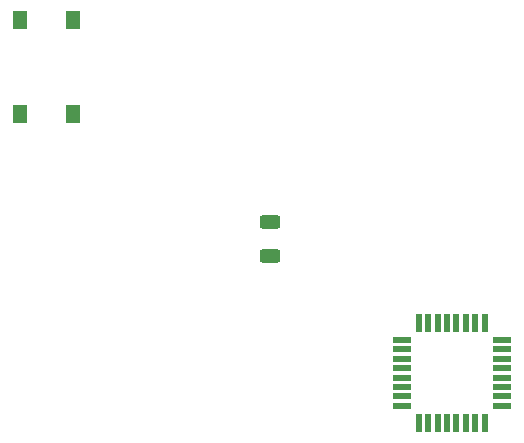
<source format=gbr>
%TF.GenerationSoftware,KiCad,Pcbnew,(6.0.10)*%
%TF.CreationDate,2023-06-10T20:41:06+09:00*%
%TF.ProjectId,BaeRNG_V1,42616552-4e47-45f5-9631-2e6b69636164,rev?*%
%TF.SameCoordinates,Original*%
%TF.FileFunction,Paste,Top*%
%TF.FilePolarity,Positive*%
%FSLAX46Y46*%
G04 Gerber Fmt 4.6, Leading zero omitted, Abs format (unit mm)*
G04 Created by KiCad (PCBNEW (6.0.10)) date 2023-06-10 20:41:06*
%MOMM*%
%LPD*%
G01*
G04 APERTURE LIST*
G04 Aperture macros list*
%AMRoundRect*
0 Rectangle with rounded corners*
0 $1 Rounding radius*
0 $2 $3 $4 $5 $6 $7 $8 $9 X,Y pos of 4 corners*
0 Add a 4 corners polygon primitive as box body*
4,1,4,$2,$3,$4,$5,$6,$7,$8,$9,$2,$3,0*
0 Add four circle primitives for the rounded corners*
1,1,$1+$1,$2,$3*
1,1,$1+$1,$4,$5*
1,1,$1+$1,$6,$7*
1,1,$1+$1,$8,$9*
0 Add four rect primitives between the rounded corners*
20,1,$1+$1,$2,$3,$4,$5,0*
20,1,$1+$1,$4,$5,$6,$7,0*
20,1,$1+$1,$6,$7,$8,$9,0*
20,1,$1+$1,$8,$9,$2,$3,0*%
G04 Aperture macros list end*
%ADD10R,1.600000X0.550000*%
%ADD11R,0.550000X1.600000*%
%ADD12R,1.300000X1.550000*%
%ADD13RoundRect,0.250000X0.625000X-0.312500X0.625000X0.312500X-0.625000X0.312500X-0.625000X-0.312500X0*%
G04 APERTURE END LIST*
D10*
%TO.C,U2*%
X149030000Y-124220000D03*
X149030000Y-123420000D03*
X149030000Y-122620000D03*
X149030000Y-121820000D03*
X149030000Y-121020000D03*
X149030000Y-120220000D03*
X149030000Y-119420000D03*
X149030000Y-118620000D03*
D11*
X147580000Y-117170000D03*
X146780000Y-117170000D03*
X145980000Y-117170000D03*
X145180000Y-117170000D03*
X144380000Y-117170000D03*
X143580000Y-117170000D03*
X142780000Y-117170000D03*
X141980000Y-117170000D03*
D10*
X140530000Y-118620000D03*
X140530000Y-119420000D03*
X140530000Y-120220000D03*
X140530000Y-121020000D03*
X140530000Y-121820000D03*
X140530000Y-122620000D03*
X140530000Y-123420000D03*
X140530000Y-124220000D03*
D11*
X141980000Y-125670000D03*
X142780000Y-125670000D03*
X143580000Y-125670000D03*
X144380000Y-125670000D03*
X145180000Y-125670000D03*
X145980000Y-125670000D03*
X146780000Y-125670000D03*
X147580000Y-125670000D03*
%TD*%
D12*
%TO.C,Play Dice!*%
X112740000Y-99479000D03*
X112740000Y-91529000D03*
X108240000Y-91529000D03*
X108240000Y-99479000D03*
%TD*%
D13*
%TO.C,R1*%
X129400000Y-111555436D03*
X129400000Y-108630436D03*
%TD*%
M02*

</source>
